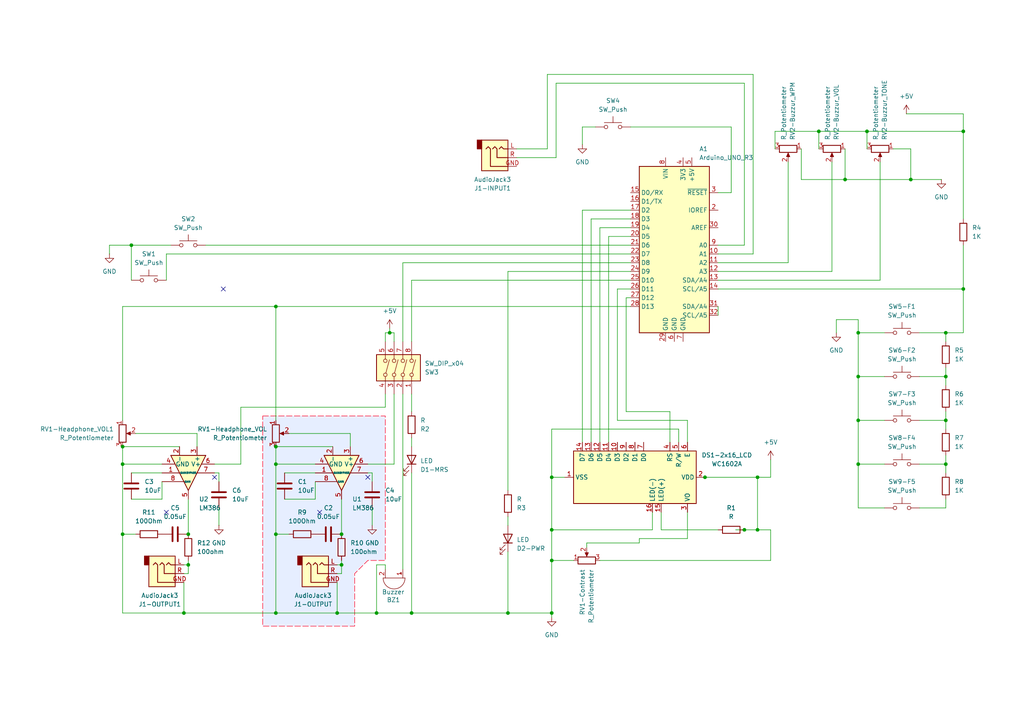
<source format=kicad_sch>
(kicad_sch (version 20250114) (generator "eeschema") (generator_version "9.0")
  (paper "A4")
  (lib_symbols
    (symbol "Amplifier_Audio:LM386" (pin_names (offset 0.127))
      (property "Reference" "U" (at 1.27 7.62 0))
      (property "Value" "LM386" (at 1.27 5.08 0))
      (symbol "LM386_0_1"
        (polyline (pts (xy 5.08 0) (xy -5.08 5.08) (xy -5.08 -5.08) (xy 5.08 0)) (stroke (width 0.254)) (fill (type background)))
      )
      (symbol "LM386_1_1"
        (pin input line (at -7.62 2.54 0) (length 2.54) (name "+") (number "3"))
        (pin input line (at -7.62 -2.54 0) (length 2.54) (name "-") (number "2"))
        (pin power_in line (at -2.54 7.62 270) (length 3.81) (name "V+") (number "6"))
        (pin power_in line (at -2.54 -7.62 90) (length 3.81) (name "GND") (number "4"))
        (pin input line (at 0 7.62 270) (length 5.08) (name "BYPASS") (number "7"))
        (pin input line (at 0 -7.62 90) (length 5.08) (name "GAIN") (number "1"))
        (pin input line (at 2.54 -7.62 90) (length 6.35) (name "GAIN") (number "8"))
        (pin output line (at 7.62 0 180) (length 2.54) (name "~") (number "5"))
      )
    )
    (symbol "Connector_Audio:AudioJack3"
      (property "Reference" "J1-INPUT" (at -1.905 8.89 0))
      (property "Value" "AudioJack3" (at -1.905 6.35 0))
      (symbol "AudioJack3_0_1"
        (rectangle (start -5.08 -5.08) (end -6.35 -2.54) (stroke (width 0.254)) (fill (type outline)))
        (polyline (pts (xy -1.905 -2.54) (xy -1.27 -3.175) (xy -0.635 -2.54) (xy -0.635 0) (xy 2.54 0)) (stroke (width 0.254)))
        (polyline (pts (xy 0 -2.54) (xy 0.635 -3.175) (xy 1.27 -2.54) (xy 2.54 -2.54)) (stroke (width 0.254)))
        (rectangle (start 2.54 3.81) (end -5.08 -5.08) (stroke (width 0.254)) (fill (type background)))
        (polyline (pts (xy 2.54 2.54) (xy -2.54 2.54) (xy -2.54 -2.54) (xy -3.175 -3.175) (xy -3.81 -2.54)) (stroke (width 0.254)))
      )
      (symbol "AudioJack3_1_1"
        (pin passive line (at 5.08 2.54 180) (length 2.54) (name "~") (number "GND"))
        (pin passive line (at 5.08 0 180) (length 2.54) (name "~") (number "R"))
        (pin passive line (at 5.08 -2.54 180) (length 2.54) (name "~") (number "L"))
      )
    )
    (symbol "Device:Buzzer" (pin_names (offset 0.0254) (hide yes))
      (property "Reference" "BZ" (at 3.81 1.27 0))
      (property "Value" "Buzzer" (at 3.81 -1.27 0))
      (symbol "Buzzer_0_1"
        (polyline (pts (xy -1.651 1.905) (xy -1.143 1.905)))
        (polyline (pts (xy -1.397 2.159) (xy -1.397 1.651)))
        (arc (start 0 3.175) (mid 3.1612 0) (end 0 -3.175))
        (polyline (pts (xy 0 3.175) (xy 0 -3.175)))
      )
      (symbol "Buzzer_1_1"
        (pin passive line (at -2.54 2.54 0) (length 2.54) (name "+") (number "1"))
        (pin passive line (at -2.54 -2.54 0) (length 2.54) (name "-") (number "2"))
      )
    )
    (symbol "Device:C" (pin_numbers (hide yes)) (pin_names (offset 0.254))
      (property "Reference" "C" (at 0.635 2.54 0))
      (property "Value" "C" (at 0.635 -2.54 0))
      (symbol "C_0_1"
        (polyline (pts (xy -2.032 0.762) (xy 2.032 0.762)) (stroke (width 0.508)))
        (polyline (pts (xy -2.032 -0.762) (xy 2.032 -0.762)) (stroke (width 0.508)))
      )
      (symbol "C_1_1"
        (pin passive line (at 0 3.81 270) (length 2.794) (name "~") (number "1"))
        (pin passive line (at 0 -3.81 90) (length 2.794) (name "~") (number "2"))
      )
    )
    (symbol "Device:LED" (pin_numbers (hide yes)) (pin_names (offset 1.016) (hide yes))
      (property "Reference" "D" (at 0 2.54 0))
      (property "Value" "LED" (at 0 -2.54 0))
      (symbol "LED_0_1"
        (polyline (pts (xy -3.048 -0.762) (xy -4.572 -2.286) (xy -3.81 -2.286) (xy -4.572 -2.286) (xy -4.572 -1.524)))
        (polyline (pts (xy -1.778 -0.762) (xy -3.302 -2.286) (xy -2.54 -2.286) (xy -3.302 -2.286) (xy -3.302 -1.524)))
        (polyline (pts (xy -1.27 0) (xy 1.27 0)))
        (polyline (pts (xy -1.27 -1.27) (xy -1.27 1.27)) (stroke (width 0.254)))
        (polyline (pts (xy 1.27 -1.27) (xy 1.27 1.27) (xy -1.27 0) (xy 1.27 -1.27)) (stroke (width 0.254)))
      )
      (symbol "LED_1_1"
        (pin passive line (at -3.81 0 0) (length 2.54) (name "K") (number "1"))
        (pin passive line (at 3.81 0 180) (length 2.54) (name "A") (number "2"))
      )
    )
    (symbol "Device:R" (pin_numbers (hide yes)) (pin_names (offset 0))
      (property "Reference" "R" (at 2.032 0 90))
      (property "Value" "R" (at 0 0 90))
      (symbol "R_0_1"
        (rectangle (start -1.016 -2.54) (end 1.016 2.54) (stroke (width 0.254)))
      )
      (symbol "R_1_1"
        (pin passive line (at 0 3.81 270) (length 1.27) (name "~") (number "1"))
        (pin passive line (at 0 -3.81 90) (length 1.27) (name "~") (number "2"))
      )
    )
    (symbol "Device:R_Potentiometer" (pin_names (offset 1.016) (hide yes))
      (property "Reference" "RV" (at -4.445 0 90))
      (property "Value" "R_Potentiometer" (at -2.54 0 90))
      (symbol "R_Potentiometer_0_1"
        (rectangle (start 1.016 2.54) (end -1.016 -2.54) (stroke (width 0.254)))
        (polyline (pts (xy 1.143 0) (xy 2.286 0.508) (xy 2.286 -0.508) (xy 1.143 0)) (fill (type outline)))
        (polyline (pts (xy 2.54 0) (xy 1.524 0)))
      )
      (symbol "R_Potentiometer_1_1"
        (pin passive line (at 0 3.81 270) (length 1.27) (name "1") (number "1"))
        (pin passive line (at 0 -3.81 90) (length 1.27) (name "3") (number "3"))
        (pin passive line (at 3.81 0 180) (length 1.27) (name "2") (number "2"))
      )
    )
    (symbol "Display_Character:WC1602A"
      (property "Reference" "DS" (at -5.842 19.05 0))
      (property "Value" "WC1602A" (at 5.334 19.05 0))
      (symbol "WC1602A_1_1"
        (rectangle (start -7.62 17.78) (end 7.62 -17.78) (stroke (width 0.254)) (fill (type background)))
        (pin input line (at -10.16 15.24 0) (length 2.54) (name "E") (number "6"))
        (pin input line (at -10.16 12.7 0) (length 2.54) (name "R/W") (number "5"))
        (pin input line (at -10.16 10.16 0) (length 2.54) (name "RS") (number "4"))
        (pin input line (at -10.16 2.54 0) (length 2.54) (name "D0") (number "7"))
        (pin input line (at -10.16 0 0) (length 2.54) (name "D1") (number "8"))
        (pin input line (at -10.16 -2.54 0) (length 2.54) (name "D2") (number "9"))
        (pin input line (at -10.16 -5.08 0) (length 2.54) (name "D3") (number "10"))
        (pin input line (at -10.16 -7.62 0) (length 2.54) (name "D4") (number "11"))
        (pin input line (at -10.16 -10.16 0) (length 2.54) (name "D5") (number "12"))
        (pin input line (at -10.16 -12.7 0) (length 2.54) (name "D6") (number "13"))
        (pin input line (at -10.16 -15.24 0) (length 2.54) (name "D7") (number "14"))
        (pin power_in line (at 0 20.32 270) (length 2.54) (name "VDD") (number "2"))
        (pin power_in line (at 0 -20.32 90) (length 2.54) (name "VSS") (number "1"))
        (pin input line (at 10.16 15.24 180) (length 2.54) (name "VO") (number "3"))
        (pin power_in line (at 10.16 7.62 180) (length 2.54) (name "LED(+)") (number "15"))
        (pin power_in line (at 10.16 5.08 180) (length 2.54) (name "LED(-)") (number "16"))
      )
    )
    (symbol "MCU_Module:Arduino_UNO_R3"
      (property "Reference" "A" (at -10.16 23.495 0))
      (property "Value" "Arduino_UNO_R3" (at 5.08 -26.67 0))
      (symbol "Arduino_UNO_R3_0_1"
        (rectangle (start -10.16 22.86) (end 10.16 -25.4) (stroke (width 0.254)) (fill (type background)))
      )
      (symbol "Arduino_UNO_R3_1_1"
        (pin bidirectional line (at -12.7 15.24 0) (length 2.54) (name "D0/RX") (number "15"))
        (pin bidirectional line (at -12.7 12.7 0) (length 2.54) (name "D1/TX") (number "16"))
        (pin bidirectional line (at -12.7 10.16 0) (length 2.54) (name "D2") (number "17"))
        (pin bidirectional line (at -12.7 7.62 0) (length 2.54) (name "D3") (number "18"))
        (pin bidirectional line (at -12.7 5.08 0) (length 2.54) (name "D4") (number "19"))
        (pin bidirectional line (at -12.7 2.54 0) (length 2.54) (name "D5") (number "20"))
        (pin bidirectional line (at -12.7 0 0) (length 2.54) (name "D6") (number "21"))
        (pin bidirectional line (at -12.7 -2.54 0) (length 2.54) (name "D7") (number "22"))
        (pin bidirectional line (at -12.7 -5.08 0) (length 2.54) (name "D8") (number "23"))
        (pin bidirectional line (at -12.7 -7.62 0) (length 2.54) (name "D9") (number "24"))
        (pin bidirectional line (at -12.7 -10.16 0) (length 2.54) (name "D10") (number "25"))
        (pin bidirectional line (at -12.7 -12.7 0) (length 2.54) (name "D11") (number "26"))
        (pin bidirectional line (at -12.7 -15.24 0) (length 2.54) (name "D12") (number "27"))
        (pin bidirectional line (at -12.7 -17.78 0) (length 2.54) (name "D13") (number "28"))
        (pin no_connect line (at -10.16 -20.32 0) (length 2.54) (hide yes) (name "NC") (number "1"))
        (pin power_in line (at -2.54 25.4 270) (length 2.54) (name "VIN") (number "8"))
        (pin power_in line (at -2.54 -27.94 90) (length 2.54) (name "GND") (number "29"))
        (pin power_in line (at 0 -27.94 90) (length 2.54) (name "GND") (number "6"))
        (pin power_out line (at 2.54 25.4 270) (length 2.54) (name "3V3") (number "4"))
        (pin power_in line (at 2.54 -27.94 90) (length 2.54) (name "GND") (number "7"))
        (pin power_out line (at 5.08 25.4 270) (length 2.54) (name "+5V") (number "5"))
        (pin input line (at 12.7 15.24 180) (length 2.54) (name "~{RESET}") (number "3"))
        (pin output line (at 12.7 10.16 180) (length 2.54) (name "IOREF") (number "2"))
        (pin input line (at 12.7 5.08 180) (length 2.54) (name "AREF") (number "30"))
        (pin bidirectional line (at 12.7 0 180) (length 2.54) (name "A0") (number "9"))
        (pin bidirectional line (at 12.7 -2.54 180) (length 2.54) (name "A1") (number "10"))
        (pin bidirectional line (at 12.7 -5.08 180) (length 2.54) (name "A2") (number "11"))
        (pin bidirectional line (at 12.7 -7.62 180) (length 2.54) (name "A3") (number "12"))
        (pin bidirectional line (at 12.7 -10.16 180) (length 2.54) (name "SDA/A4") (number "13"))
        (pin bidirectional line (at 12.7 -12.7 180) (length 2.54) (name "SCL/A5") (number "14"))
        (pin bidirectional line (at 12.7 -17.78 180) (length 2.54) (name "SDA/A4") (number "31"))
        (pin bidirectional line (at 12.7 -20.32 180) (length 2.54) (name "SCL/A5") (number "32"))
      )
    )
    (symbol "R_Potentiometer_1" (pin_names (offset 1.016) (hide yes))
      (property "Reference" "RV" (at -4.445 0 90))
      (property "Value" "R_Potentiometer" (at -2.54 0 90))
      (symbol "R_Potentiometer_1_0_1"
        (rectangle (start 1.016 2.54) (end -1.016 -2.54) (stroke (width 0.254)))
        (polyline (pts (xy 1.143 0) (xy 2.286 0.508) (xy 2.286 -0.508) (xy 1.143 0)) (fill (type outline)))
        (polyline (pts (xy 2.54 0) (xy 1.524 0)))
      )
      (symbol "R_Potentiometer_1_1_1"
        (pin passive line (at 0 3.81 270) (length 1.27) (name "1") (number "1"))
        (pin passive line (at 0 -3.81 90) (length 1.27) (name "3") (number "3"))
        (pin passive line (at 3.81 0 180) (length 1.27) (name "2") (number "2"))
      )
    )
    (symbol "Switch:SW_DIP_x04" (pin_names (offset 0) (hide yes))
      (property "Reference" "SW" (at 0 8.89 0))
      (property "Value" "SW_DIP_x04" (at 0 -6.35 0))
      (symbol "SW_DIP_x04_0_0"
        (circle (center -2.032 5.08) (radius 0.508))
        (circle (center -2.032 2.54) (radius 0.508))
        (circle (center -2.032 0) (radius 0.508))
        (circle (center -2.032 -2.54) (radius 0.508))
        (polyline (pts (xy -1.524 5.207) (xy 2.3622 6.2484)))
        (polyline (pts (xy -1.524 2.667) (xy 2.3622 3.7084)))
        (polyline (pts (xy -1.524 0.127) (xy 2.3622 1.1684)))
        (polyline (pts (xy -1.524 -2.3876) (xy 2.3622 -1.3462)))
        (circle (center 2.032 5.08) (radius 0.508))
        (circle (center 2.032 2.54) (radius 0.508))
        (circle (center 2.032 0) (radius 0.508))
        (circle (center 2.032 -2.54) (radius 0.508))
      )
      (symbol "SW_DIP_x04_0_1"
        (rectangle (start -3.81 7.62) (end 3.81 -5.08) (stroke (width 0.254)) (fill (type background)))
      )
      (symbol "SW_DIP_x04_1_1"
        (pin passive line (at -7.62 5.08 0) (length 5.08) (name "~") (number "1"))
        (pin passive line (at -7.62 2.54 0) (length 5.08) (name "~") (number "2"))
        (pin passive line (at -7.62 0 0) (length 5.08) (name "~") (number "3"))
        (pin passive line (at -7.62 -2.54 0) (length 5.08) (name "~") (number "4"))
        (pin passive line (at 7.62 5.08 180) (length 5.08) (name "~") (number "8"))
        (pin passive line (at 7.62 2.54 180) (length 5.08) (name "~") (number "7"))
        (pin passive line (at 7.62 0 180) (length 5.08) (name "~") (number "6"))
        (pin passive line (at 7.62 -2.54 180) (length 5.08) (name "~") (number "5"))
      )
    )
    (symbol "Switch:SW_Push" (pin_numbers (hide yes)) (pin_names (offset 1.016) (hide yes))
      (property "Reference" "SW" (at 1.27 2.54 0))
      (property "Value" "SW_Push" (at 0 -1.524 0))
      (symbol "SW_Push_0_1"
        (circle (center -2.032 0) (radius 0.508))
        (polyline (pts (xy 0 1.27) (xy 0 3.048)))
        (circle (center 2.032 0) (radius 0.508))
        (polyline (pts (xy 2.54 1.27) (xy -2.54 1.27)))
        (pin passive line (at -5.08 0 0) (length 2.54) (name "1") (number "1"))
        (pin passive line (at 5.08 0 180) (length 2.54) (name "2") (number "2"))
      )
    )
    (symbol "power:+5V" (power) (pin_numbers (hide yes)) (pin_names (offset 0) (hide yes))
      (property "Value" "+5V" (at 0 3.556 0))
      (symbol "+5V_0_1"
        (polyline (pts (xy -0.762 1.27) (xy 0 2.54)))
        (polyline (pts (xy 0 2.54) (xy 0.762 1.27)))
        (polyline (pts (xy 0 0) (xy 0 2.54)))
      )
      (symbol "+5V_1_1"
        (pin power_in line (at 0 0 90) (length 0) (name "~") (number "1"))
      )
    )
    (symbol "power:GND" (power) (pin_numbers (hide yes)) (pin_names (offset 0) (hide yes))
      (property "Value" "GND" (at 0 -3.81 0))
      (symbol "GND_0_1"
        (polyline (pts (xy 0 0) (xy 0 -1.27) (xy 1.27 -1.27) (xy 0 -2.54) (xy -1.27 -1.27) (xy 0 -1.27)))
      )
      (symbol "GND_1_1"
        (pin power_in line (at 0 0 270) (length 0) (name "~") (number "1"))
      )
    )
  )
  (junction (at 109.22 177.8))
  (junction (at 80.01 129.54))
  (junction (at 274.32 96.52))
  (junction (at 147.32 177.8))
  (junction (at 160.02 177.8))
  (junction (at 38.1 71.12))
  (junction (at 237.49 38.1))
  (junction (at 204.47 138.43))
  (junction (at 119.38 177.8))
  (junction (at 160.02 153.67))
  (junction (at 215.9 153.67))
  (junction (at 54.61 163.83))
  (junction (at 274.32 109.22))
  (junction (at 54.61 154.94))
  (junction (at 160.02 162.56))
  (junction (at 35.56 129.54))
  (junction (at 80.01 177.8))
  (junction (at 80.01 88.9))
  (junction (at 251.46 38.1))
  (junction (at 279.4 83.82))
  (junction (at 99.06 163.83))
  (junction (at 80.01 154.94))
  (junction (at 248.92 96.52))
  (junction (at 248.92 134.62))
  (junction (at 113.03 96.52))
  (junction (at 219.71 138.43))
  (junction (at 35.56 154.94))
  (junction (at 279.4 38.1))
  (junction (at 248.92 121.92))
  (junction (at 80.01 134.62))
  (junction (at 274.32 134.62))
  (junction (at 264.16 52.07))
  (junction (at 99.06 154.94))
  (junction (at 219.71 153.67))
  (junction (at 248.92 109.22))
  (junction (at 53.34 177.8))
  (junction (at 97.79 177.8))
  (junction (at 245.11 52.07))
  (junction (at 160.02 138.43))
  (junction (at 35.56 134.62))
  (junction (at 274.32 121.92))
  (no_connect (at 92.71 148.59))
  (no_connect (at 48.26 148.59))
  (no_connect (at 62.23 138.43))
  (no_connect (at 106.68 138.43))
  (no_connect (at 64.77 83.82))
  (wire (pts (xy 242.57 92.71) (xy 242.57 96.52)))
  (wire (pts (xy 97.79 166.37) (xy 99.06 166.37)))
  (wire (pts (xy 196.85 124.46) (xy 160.02 124.46)))
  (wire (pts (xy 191.77 153.67) (xy 208.28 153.67)))
  (wire (pts (xy 119.38 177.8) (xy 147.32 177.8)))
  (wire (pts (xy 160.02 177.8) (xy 160.02 179.07)))
  (wire (pts (xy 111.76 96.52) (xy 111.76 99.06)))
  (wire (pts (xy 53.34 163.83) (xy 54.61 163.83)))
  (wire (pts (xy 223.52 133.35) (xy 223.52 138.43)))
  (wire (pts (xy 182.88 60.96) (xy 168.91 60.96)))
  (wire (pts (xy 147.32 78.74) (xy 182.88 78.74)))
  (wire (pts (xy 113.03 95.25) (xy 113.03 96.52)))
  (wire (pts (xy 35.56 88.9) (xy 80.01 88.9)))
  (wire (pts (xy 215.9 24.13) (xy 215.9 71.12)))
  (wire (pts (xy 35.56 134.62) (xy 46.99 134.62)))
  (wire (pts (xy 35.56 154.94) (xy 35.56 177.8)))
  (wire (pts (xy 215.9 71.12) (xy 208.28 71.12)))
  (wire (pts (xy 179.07 121.92) (xy 179.07 83.82)))
  (wire (pts (xy 149.86 43.18) (xy 158.75 43.18)))
  (wire (pts (xy 223.52 153.67) (xy 223.52 162.56)))
  (wire (pts (xy 99.06 144.78) (xy 99.06 154.94)))
  (wire (pts (xy 160.02 138.43) (xy 160.02 153.67)))
  (wire (pts (xy 80.01 134.62) (xy 91.44 134.62)))
  (wire (pts (xy 171.45 63.5) (xy 182.88 63.5)))
  (wire (pts (xy 248.92 92.71) (xy 242.57 92.71)))
  (wire (pts (xy 274.32 134.62) (xy 274.32 132.08)))
  (wire (pts (xy 54.61 163.83) (xy 54.61 166.37)))
  (wire (pts (xy 80.01 129.54) (xy 80.01 134.62)))
  (wire (pts (xy 116.84 76.2) (xy 116.84 99.06)))
  (wire (pts (xy 212.09 36.83) (xy 182.88 36.83)))
  (wire (pts (xy 248.92 134.62) (xy 248.92 147.32)))
  (wire (pts (xy 160.02 138.43) (xy 163.83 138.43)))
  (wire (pts (xy 223.52 138.43) (xy 219.71 138.43)))
  (wire (pts (xy 59.69 71.12) (xy 182.88 71.12)))
  (wire (pts (xy 54.61 162.56) (xy 54.61 163.83)))
  (wire (pts (xy 208.28 83.82) (xy 279.4 83.82)))
  (wire (pts (xy 251.46 43.18) (xy 251.46 38.1)))
  (wire (pts (xy 107.95 137.16) (xy 107.95 139.7)))
  (wire (pts (xy 266.7 109.22) (xy 274.32 109.22)))
  (wire (pts (xy 172.72 36.83) (xy 168.91 36.83)))
  (wire (pts (xy 274.32 121.92) (xy 274.32 119.38)))
  (wire (pts (xy 224.79 43.18) (xy 224.79 38.1)))
  (wire (pts (xy 166.37 162.56) (xy 160.02 162.56)))
  (wire (pts (xy 248.92 96.52) (xy 248.92 109.22)))
  (wire (pts (xy 274.32 147.32) (xy 266.7 147.32)))
  (wire (pts (xy 158.75 21.59) (xy 158.75 43.18)))
  (wire (pts (xy 53.34 177.8) (xy 35.56 177.8)))
  (wire (pts (xy 241.3 46.99) (xy 241.3 78.74)))
  (wire (pts (xy 199.39 121.92) (xy 179.07 121.92)))
  (wire (pts (xy 53.34 177.8) (xy 80.01 177.8)))
  (wire (pts (xy 259.08 43.18) (xy 264.16 43.18)))
  (wire (pts (xy 80.01 154.94) (xy 83.82 154.94)))
  (wire (pts (xy 173.99 66.04) (xy 182.88 66.04)))
  (wire (pts (xy 248.92 109.22) (xy 256.54 109.22)))
  (wire (pts (xy 171.45 63.5) (xy 171.45 128.27)))
  (wire (pts (xy 53.34 168.91) (xy 53.34 177.8)))
  (wire (pts (xy 82.55 137.16) (xy 91.44 137.16)))
  (wire (pts (xy 97.79 177.8) (xy 80.01 177.8)))
  (wire (pts (xy 99.06 163.83) (xy 99.06 166.37)))
  (wire (pts (xy 116.84 76.2) (xy 182.88 76.2)))
  (wire (pts (xy 191.77 148.59) (xy 191.77 153.67)))
  (wire (pts (xy 114.3 96.52) (xy 114.3 99.06)))
  (wire (pts (xy 248.92 109.22) (xy 248.92 121.92)))
  (wire (pts (xy 168.91 36.83) (xy 168.91 41.91)))
  (wire (pts (xy 248.92 121.92) (xy 248.92 134.62)))
  (wire (pts (xy 53.34 166.37) (xy 54.61 166.37)))
  (wire (pts (xy 160.02 153.67) (xy 160.02 162.56)))
  (wire (pts (xy 69.85 118.11) (xy 111.76 118.11)))
  (wire (pts (xy 107.95 137.16) (xy 106.68 137.16)))
  (wire (pts (xy 266.7 121.92) (xy 274.32 121.92)))
  (wire (pts (xy 237.49 38.1) (xy 251.46 38.1)))
  (wire (pts (xy 80.01 134.62) (xy 80.01 154.94)))
  (wire (pts (xy 147.32 160.02) (xy 147.32 177.8)))
  (wire (pts (xy 170.18 157.48) (xy 170.18 158.75)))
  (wire (pts (xy 248.92 96.52) (xy 248.92 92.71)))
  (wire (pts (xy 213.36 153.67) (xy 215.9 153.67)))
  (wire (pts (xy 215.9 153.67) (xy 219.71 153.67)))
  (wire (pts (xy 248.92 134.62) (xy 256.54 134.62)))
  (wire (pts (xy 199.39 156.21) (xy 185.42 156.21)))
  (wire (pts (xy 160.02 153.67) (xy 189.23 153.67)))
  (wire (pts (xy 35.56 129.54) (xy 35.56 134.62)))
  (wire (pts (xy 279.4 33.02) (xy 262.89 33.02)))
  (wire (pts (xy 161.29 45.72) (xy 161.29 24.13)))
  (wire (pts (xy 35.56 134.62) (xy 35.56 154.94)))
  (wire (pts (xy 101.6 125.73) (xy 101.6 129.54)))
  (wire (pts (xy 199.39 128.27) (xy 199.39 121.92)))
  (wire (pts (xy 46.99 144.78) (xy 38.1 144.78)))
  (wire (pts (xy 46.99 139.7) (xy 46.99 144.78)))
  (wire (pts (xy 173.99 66.04) (xy 173.99 128.27)))
  (wire (pts (xy 218.44 21.59) (xy 158.75 21.59)))
  (wire (pts (xy 119.38 114.3) (xy 119.38 119.38)))
  (wire (pts (xy 106.68 134.62) (xy 114.3 134.62)))
  (wire (pts (xy 48.26 73.66) (xy 48.26 81.28)))
  (wire (pts (xy 228.6 76.2) (xy 208.28 76.2)))
  (wire (pts (xy 116.84 114.3) (xy 116.84 165.1)))
  (wire (pts (xy 38.1 71.12) (xy 49.53 71.12)))
  (wire (pts (xy 232.41 43.18) (xy 232.41 52.07)))
  (wire (pts (xy 237.49 43.18) (xy 237.49 38.1)))
  (wire (pts (xy 119.38 81.28) (xy 182.88 81.28)))
  (wire (pts (xy 208.28 81.28) (xy 255.27 81.28)))
  (wire (pts (xy 194.31 128.27) (xy 194.31 119.38)))
  (wire (pts (xy 107.95 147.32) (xy 107.95 152.4)))
  (wire (pts (xy 173.99 162.56) (xy 223.52 162.56)))
  (wire (pts (xy 31.75 73.66) (xy 31.75 71.12)))
  (wire (pts (xy 245.11 43.18) (xy 245.11 52.07)))
  (wire (pts (xy 113.03 96.52) (xy 111.76 96.52)))
  (wire (pts (xy 91.44 144.78) (xy 82.55 144.78)))
  (wire (pts (xy 54.61 144.78) (xy 54.61 154.94)))
  (wire (pts (xy 245.11 52.07) (xy 264.16 52.07)))
  (wire (pts (xy 35.56 88.9) (xy 35.56 121.92)))
  (wire (pts (xy 189.23 148.59) (xy 189.23 153.67)))
  (wire (pts (xy 279.4 38.1) (xy 279.4 63.5)))
  (wire (pts (xy 161.29 24.13) (xy 215.9 24.13)))
  (wire (pts (xy 228.6 46.99) (xy 228.6 76.2)))
  (wire (pts (xy 147.32 78.74) (xy 147.32 142.24)))
  (wire (pts (xy 181.61 86.36) (xy 182.88 86.36)))
  (wire (pts (xy 185.42 156.21) (xy 185.42 157.48)))
  (wire (pts (xy 179.07 83.82) (xy 182.88 83.82)))
  (wire (pts (xy 223.52 153.67) (xy 219.71 153.67)))
  (wire (pts (xy 97.79 168.91) (xy 97.79 177.8)))
  (wire (pts (xy 181.61 119.38) (xy 181.61 86.36)))
  (wire (pts (xy 119.38 129.54) (xy 119.38 127)))
  (wire (pts (xy 274.32 134.62) (xy 274.32 137.16)))
  (wire (pts (xy 63.5 137.16) (xy 62.23 137.16)))
  (wire (pts (xy 274.32 96.52) (xy 274.32 99.06)))
  (wire (pts (xy 199.39 148.59) (xy 199.39 156.21)))
  (wire (pts (xy 109.22 163.83) (xy 111.76 163.83)))
  (wire (pts (xy 274.32 109.22) (xy 274.32 106.68)))
  (wire (pts (xy 160.02 162.56) (xy 160.02 177.8)))
  (wire (pts (xy 185.42 157.48) (xy 170.18 157.48)))
  (wire (pts (xy 182.88 68.58) (xy 176.53 68.58)))
  (wire (pts (xy 57.15 125.73) (xy 57.15 129.54)))
  (wire (pts (xy 35.56 154.94) (xy 39.37 154.94)))
  (wire (pts (xy 279.4 71.12) (xy 279.4 83.82)))
  (wire (pts (xy 266.7 134.62) (xy 274.32 134.62)))
  (wire (pts (xy 248.92 121.92) (xy 256.54 121.92)))
  (wire (pts (xy 119.38 137.16) (xy 119.38 177.8)))
  (wire (pts (xy 248.92 147.32) (xy 256.54 147.32)))
  (wire (pts (xy 232.41 52.07) (xy 245.11 52.07)))
  (wire (pts (xy 204.47 138.43) (xy 219.71 138.43)))
  (wire (pts (xy 147.32 177.8) (xy 160.02 177.8)))
  (wire (pts (xy 63.5 147.32) (xy 63.5 152.4)))
  (wire (pts (xy 97.79 163.83) (xy 99.06 163.83)))
  (wire (pts (xy 274.32 144.78) (xy 274.32 147.32)))
  (wire (pts (xy 80.01 88.9) (xy 182.88 88.9)))
  (wire (pts (xy 196.85 128.27) (xy 196.85 124.46)))
  (wire (pts (xy 63.5 137.16) (xy 63.5 139.7)))
  (wire (pts (xy 279.4 96.52) (xy 274.32 96.52)))
  (wire (pts (xy 80.01 154.94) (xy 80.01 177.8)))
  (wire (pts (xy 31.75 71.12) (xy 38.1 71.12)))
  (wire (pts (xy 279.4 33.02) (xy 279.4 38.1)))
  (wire (pts (xy 109.22 177.8) (xy 119.38 177.8)))
  (wire (pts (xy 194.31 119.38) (xy 181.61 119.38)))
  (wire (pts (xy 62.23 134.62) (xy 69.85 134.62)))
  (wire (pts (xy 274.32 121.92) (xy 274.32 124.46)))
  (wire (pts (xy 212.09 55.88) (xy 212.09 36.83)))
  (wire (pts (xy 256.54 96.52) (xy 248.92 96.52)))
  (wire (pts (xy 237.49 38.1) (xy 224.79 38.1)))
  (wire (pts (xy 91.44 139.7) (xy 91.44 144.78)))
  (wire (pts (xy 83.82 125.73) (xy 101.6 125.73)))
  (wire (pts (xy 274.32 109.22) (xy 274.32 111.76)))
  (wire (pts (xy 266.7 96.52) (xy 274.32 96.52)))
  (wire (pts (xy 38.1 137.16) (xy 46.99 137.16)))
  (wire (pts (xy 97.79 177.8) (xy 109.22 177.8)))
  (wire (pts (xy 208.28 55.88) (xy 212.09 55.88)))
  (wire (pts (xy 111.76 118.11) (xy 111.76 114.3)))
  (wire (pts (xy 111.76 163.83) (xy 111.76 165.1)))
  (wire (pts (xy 149.86 45.72) (xy 161.29 45.72)))
  (wire (pts (xy 279.4 83.82) (xy 279.4 96.52)))
  (wire (pts (xy 255.27 46.99) (xy 255.27 81.28)))
  (wire (pts (xy 69.85 134.62) (xy 69.85 118.11)))
  (wire (pts (xy 80.01 129.54) (xy 96.52 129.54)))
  (wire (pts (xy 201.93 138.43) (xy 204.47 138.43)))
  (wire (pts (xy 208.28 78.74) (xy 241.3 78.74)))
  (wire (pts (xy 114.3 114.3) (xy 114.3 134.62)))
  (wire (pts (xy 219.71 138.43) (xy 219.71 153.67)))
  (wire (pts (xy 251.46 38.1) (xy 279.4 38.1)))
  (wire (pts (xy 160.02 124.46) (xy 160.02 138.43)))
  (wire (pts (xy 99.06 162.56) (xy 99.06 163.83)))
  (wire (pts (xy 218.44 21.59) (xy 218.44 73.66)))
  (wire (pts (xy 39.37 125.73) (xy 57.15 125.73)))
  (wire (pts (xy 113.03 96.52) (xy 114.3 96.52)))
  (wire (pts (xy 35.56 129.54) (xy 52.07 129.54)))
  (wire (pts (xy 109.22 163.83) (xy 109.22 177.8)))
  (wire (pts (xy 38.1 81.28) (xy 38.1 71.12)))
  (wire (pts (xy 264.16 43.18) (xy 264.16 52.07)))
  (wire (pts (xy 168.91 60.96) (xy 168.91 128.27)))
  (wire (pts (xy 182.88 73.66) (xy 48.26 73.66)))
  (wire (pts (xy 147.32 149.86) (xy 147.32 152.4)))
  (wire (pts (xy 264.16 52.07) (xy 273.05 52.07)))
  (wire (pts (xy 208.28 73.66) (xy 218.44 73.66)))
  (wire (pts (xy 208.28 91.44) (xy 208.28 88.9)))
  (wire (pts (xy 119.38 81.28) (xy 119.38 99.06)))
  (wire (pts (xy 80.01 88.9) (xy 80.01 121.92)))
  (wire (pts (xy 176.53 68.58) (xy 176.53 128.27)))
  (rule_area (polyline (pts (xy 76.2 120.65) (xy 111.76 120.65) (xy 111.76 162.56) (xy 110.49 162.56) (xy 106.68 162.56) (xy 102.87 166.37) (xy 102.87 181.61) (xy 76.2 181.61)) (stroke (width 0) (type dash) (color 255 0 34 1)) (fill (type color) (color 0 83 255 0.1))))
  (symbol (lib_id "Device:LED") (at 147.32 156.21 270) (mirror x) (unit 1)
    (property "Reference" "D2-PWR" (at 149.86 159.0676 90) (effects (justify left)))
    (property "Value" "LED" (at 149.86 156.5276 90) (effects (justify left)))
    (property "Description" "Light emitting diode" (effects (hide yes)))
    (property "Sim.Pins" "1=K 2=A" (effects (hide yes)))
  )
  (symbol (lib_id "Device:R") (at 147.32 146.05 0) (mirror x) (unit 1)
    (property "Reference" "R3" (at 149.86 147.3201 0) (effects (justify left)))
    (property "Value" "R" (at 149.86 144.7801 0) (effects (justify left)))
    (property "Description" "Resistor" (effects (hide yes)))
  )
  (symbol (lib_id "Device:R_Potentiometer") (at 80.01 125.73 0) (unit 1)
    (property "Reference" "RV1-Headphone_VOL" (at 77.47 124.4599 0) (effects (justify right)))
    (property "Value" "R_Potentiometer" (at 77.47 126.9999 0) (effects (justify right)))
    (property "Description" "Potentiometer" (effects (hide yes)))
  )
  (symbol (lib_id "Device:C") (at 95.25 154.94 270) (unit 1)
    (property "Reference" "C2" (at 95.25 147.32 90))
    (property "Value" "0.05uF" (at 95.25 149.86 90))
    (property "Description" "Unpolarized capacitor" (effects (hide yes)))
  )
  (symbol (lib_id "Device:R_Potentiometer") (at 241.3 43.18 270) (unit 1)
    (property "Reference" "RV2-Buzzur_VOL" (at 242.5701 40.64 0) (effects (justify right)))
    (property "Value" "R_Potentiometer" (at 240.0301 40.64 0) (effects (justify right)))
    (property "Description" "Potentiometer" (effects (hide yes)))
  )
  (symbol (lib_id "MCU_Module:Arduino_UNO_R3") (at 195.58 71.12 0) (unit 1)
    (property "Reference" "A1" (at 202.8033 43.18 0) (effects (justify left)))
    (property "Value" "Arduino_UNO_R3" (at 202.8033 45.72 0) (effects (justify left)))
    (property "Footprint" "Module:Arduino_UNO_R3" (effects (hide yes)))
    (property "Datasheet" "https://www.arduino.cc/en/Main/arduinoBoardUno" (effects (hide yes)))
    (property "Description" "Arduino UNO Microcontroller Module, release 3" (effects (hide yes)))
  )
  (symbol (lib_id "Connector_Audio:AudioJack3") (at 92.71 166.37 0) (mirror x) (unit 1)
    (property "Reference" "J1-OUTPUT" (at 90.805 175.26 0))
    (property "Value" "AudioJack3" (at 90.805 172.72 0))
    (property "Description" "Audio Jack, 3 Poles (Stereo / TRS)" (effects (hide yes)))
  )
  (symbol (lib_id "Device:R") (at 274.32 102.87 0) (unit 1)
    (property "Reference" "R5" (at 276.86 101.5999 0) (effects (justify left)))
    (property "Value" "1K" (at 276.86 104.1399 0) (effects (justify left)))
    (property "Description" "Resistor" (effects (hide yes)))
  )
  (symbol (lib_id "Device:R") (at 54.61 158.75 180) (unit 1)
    (property "Reference" "R12" (at 57.15 157.4799 0) (effects (justify right)))
    (property "Value" "100ohm" (at 57.15 160.0199 0) (effects (justify right)))
    (property "Description" "Resistor" (effects (hide yes)))
  )
  (symbol (lib_id "Device:R_Potentiometer") (at 255.27 43.18 270) (unit 1)
    (property "Reference" "RV2-Buzzur_TONE" (at 256.5401 40.64 0) (effects (justify right)))
    (property "Value" "R_Potentiometer" (at 254.0001 40.64 0) (effects (justify right)))
    (property "Description" "Potentiometer" (effects (hide yes)))
  )
  (symbol (lib_id "Switch:SW_Push") (at 177.8 36.83 0) (unit 1)
    (property "Reference" "SW4" (at 177.8 29.21 0))
    (property "Value" "SW_Push" (at 177.8 31.75 0))
    (property "Description" "Push button switch, generic, two pins" (effects (hide yes)))
  )
  (symbol (lib_id "Switch:SW_Push") (at 43.18 81.28 0) (unit 1)
    (property "Reference" "SW1" (at 43.18 73.66 0))
    (property "Value" "SW_Push" (at 43.18 76.2 0))
    (property "Description" "Push button switch, generic, two pins" (effects (hide yes)))
  )
  (symbol (lib_id "Device:R") (at 274.32 115.57 0) (unit 1)
    (property "Reference" "R6" (at 276.86 114.2999 0) (effects (justify left)))
    (property "Value" "1K" (at 276.86 116.8399 0) (effects (justify left)))
    (property "Description" "Resistor" (effects (hide yes)))
  )
  (symbol (lib_id "power:+5V") (at 113.03 95.25 0) (unit 1)
    (property "Reference" "#PWR010" (effects (hide yes)))
    (property "Value" "+5V" (at 113.03 90.17 0))
    (property "Description" "Power symbol creates a global label with name \"+5V\"" (effects (hide yes)))
  )
  (symbol (lib_id "Device:R_Potentiometer") (at 228.6 43.18 270) (unit 1)
    (property "Reference" "RV2-Buzzur_WPM" (at 229.8701 40.64 0) (effects (justify right)))
    (property "Value" "R_Potentiometer" (at 227.3301 40.64 0) (effects (justify right)))
    (property "Description" "Potentiometer" (effects (hide yes)))
  )
  (symbol (lib_id "Device:R") (at 99.06 158.75 180) (unit 1)
    (property "Reference" "R10" (at 101.6 157.4799 0) (effects (justify right)))
    (property "Value" "100ohm" (at 101.6 160.0199 0) (effects (justify right)))
    (property "Description" "Resistor" (effects (hide yes)))
  )
  (symbol (lib_id "Switch:SW_Push") (at 261.62 121.92 0) (unit 1)
    (property "Reference" "SW7-F3" (at 261.62 114.3 0))
    (property "Value" "SW_Push" (at 261.62 116.84 0))
    (property "Description" "Push button switch, generic, two pins" (effects (hide yes)))
  )
  (symbol (lib_id "Device:R") (at 212.09 153.67 90) (unit 1)
    (property "Reference" "R1" (at 212.09 147.32 90))
    (property "Value" "R" (at 212.09 149.86 90))
    (property "Description" "Resistor" (effects (hide yes)))
  )
  (symbol (lib_id "Switch:SW_Push") (at 261.62 147.32 0) (unit 1)
    (property "Reference" "SW9-F5" (at 261.62 139.7 0))
    (property "Value" "SW_Push" (at 261.62 142.24 0))
    (property "Description" "Push button switch, generic, two pins" (effects (hide yes)))
  )
  (symbol (lib_id "Device:R") (at 279.4 67.31 0) (unit 1)
    (property "Reference" "R4" (at 281.94 66.0399 0) (effects (justify left)))
    (property "Value" "1K" (at 281.94 68.5799 0) (effects (justify left)))
    (property "Description" "Resistor" (effects (hide yes)))
  )
  (symbol (lib_id "power:GND") (at 273.05 52.07 0) (unit 1)
    (property "Reference" "#PWR05" (effects (hide yes)))
    (property "Value" "GND" (at 273.05 57.15 0))
    (property "Description" "Power symbol creates a global label with name \"GND\" , ground" (effects (hide yes)))
  )
  (symbol (lib_id "Switch:SW_Push") (at 261.62 109.22 0) (unit 1)
    (property "Reference" "SW6-F2" (at 261.62 101.6 0))
    (property "Value" "SW_Push" (at 261.62 104.14 0))
    (property "Description" "Push button switch, generic, two pins" (effects (hide yes)))
  )
  (symbol (lib_id "Amplifier_Audio:LM386") (at 99.06 137.16 270) (unit 1)
    (property "Reference" "U1" (at 102.1781 144.78 90) (effects (justify left)))
    (property "Value" "LM386" (at 102.1781 147.32 90) (effects (justify left)))
    (property "Datasheet" "http://www.ti.com/lit/ds/symlink/lm386.pdf" (effects (hide yes)))
    (property "Description" "Low Voltage Audio Power Amplifier, DIP-8/SOIC-8/SSOP-8" (effects (hide yes)))
  )
  (symbol (lib_id "Display_Character:WC1602A") (at 184.15 138.43 270) (unit 1)
    (property "Reference" "DS1-2x16_LCD" (at 210.82 132.0098 90))
    (property "Value" "WC1602A" (at 210.82 134.5498 90))
    (property "Footprint" "Display:WC1602A" (effects (hide yes)))
    (property "Datasheet" "http://www.wincomlcd.com/pdf/WC1602A-SFYLYHTC06.pdf" (effects (hide yes)))
    (property "Description" "LCD 16x2 Alphanumeric , 8 bit parallel bus, 5V VDD" (effects (hide yes)))
  )
  (symbol (lib_id "Device:LED") (at 119.38 133.35 270) (mirror x) (unit 1)
    (property "Reference" "D1-MRS" (at 121.92 136.2076 90) (effects (justify left)))
    (property "Value" "LED" (at 121.92 133.6676 90) (effects (justify left)))
    (property "Description" "Light emitting diode" (effects (hide yes)))
    (property "Sim.Pins" "1=K 2=A" (effects (hide yes)))
  )
  (symbol (lib_id "Device:R") (at 43.18 154.94 270) (unit 1)
    (property "Reference" "R11" (at 43.18 148.59 90))
    (property "Value" "100Ohm" (at 43.18 151.13 90))
    (property "Description" "Resistor" (effects (hide yes)))
  )
  (symbol (lib_id "Device:C") (at 82.55 140.97 0) (unit 1)
    (property "Reference" "C1" (at 86.36 139.6999 0) (effects (justify left)))
    (property "Value" "10uF" (at 86.36 142.2399 0) (effects (justify left)))
    (property "Description" "Unpolarized capacitor" (effects (hide yes)))
  )
  (symbol (lib_id "power:GND") (at 160.02 179.07 0) (unit 1)
    (property "Reference" "#PWR02" (effects (hide yes)))
    (property "Value" "GND" (at 160.02 184.15 0))
    (property "Description" "Power symbol creates a global label with name \"GND\" , ground" (effects (hide yes)))
  )
  (symbol (lib_id "Connector_Audio:AudioJack3") (at 144.78 45.72 0) (mirror x) (unit 1)
    (property "Reference" "J1-INPUT1" (at 142.875 54.61 0))
    (property "Value" "AudioJack3" (at 142.875 52.07 0))
    (property "Description" "Audio Jack, 3 Poles (Stereo / TRS)" (effects (hide yes)))
  )
  (symbol (lib_id "Switch:SW_Push") (at 54.61 71.12 0) (unit 1)
    (property "Reference" "SW2" (at 54.61 63.5 0))
    (property "Value" "SW_Push" (at 54.61 66.04 0))
    (property "Description" "Push button switch, generic, two pins" (effects (hide yes)))
  )
  (symbol (lib_id "Device:R") (at 274.32 140.97 0) (unit 1)
    (property "Reference" "R8" (at 276.86 139.6999 0) (effects (justify left)))
    (property "Value" "1K" (at 276.86 142.2399 0) (effects (justify left)))
    (property "Description" "Resistor" (effects (hide yes)))
  )
  (symbol (lib_id "Device:R") (at 274.32 128.27 0) (unit 1)
    (property "Reference" "R7" (at 276.86 126.9999 0) (effects (justify left)))
    (property "Value" "1K" (at 276.86 129.5399 0) (effects (justify left)))
    (property "Description" "Resistor" (effects (hide yes)))
  )
  (symbol (lib_id "power:GND") (at 31.75 73.66 0) (unit 1)
    (property "Reference" "#PWR011" (effects (hide yes)))
    (property "Value" "GND" (at 31.75 78.74 0))
    (property "Description" "Power symbol creates a global label with name \"GND\" , ground" (effects (hide yes)))
  )
  (symbol (lib_id "Connector_Audio:AudioJack3") (at 48.26 166.37 0) (mirror x) (unit 1)
    (property "Reference" "J1-OUTPUT1" (at 46.355 175.26 0))
    (property "Value" "AudioJack3" (at 46.355 172.72 0))
    (property "Description" "Audio Jack, 3 Poles (Stereo / TRS)" (effects (hide yes)))
  )
  (symbol (lib_id "Device:Buzzer") (at 114.3 167.64 270) (unit 1)
    (property "Reference" "BZ1" (at 116.078 173.99 90) (effects (justify right)))
    (property "Value" "Buzzer" (at 117.348 171.704 90) (effects (justify right)))
    (property "Description" "Buzzer, polarized" (effects (hide yes)))
  )
  (symbol (lib_id "power:GND") (at 107.95 152.4 0) (unit 1)
    (property "Reference" "#PWR09" (effects (hide yes)))
    (property "Value" "GND" (at 107.95 157.48 0))
    (property "Description" "Power symbol creates a global label with name \"GND\" , ground" (effects (hide yes)))
  )
  (symbol (lib_id "power:GND") (at 63.5 152.4 0) (unit 1)
    (property "Reference" "#PWR06" (effects (hide yes)))
    (property "Value" "GND" (at 63.5 157.48 0))
    (property "Description" "Power symbol creates a global label with name \"GND\" , ground" (effects (hide yes)))
  )
  (symbol (lib_id "Device:C") (at 63.5 143.51 0) (unit 1)
    (property "Reference" "C6" (at 67.31 142.2399 0) (effects (justify left)))
    (property "Value" "10uF" (at 67.31 144.7799 0) (effects (justify left)))
    (property "Description" "Unpolarized capacitor" (effects (hide yes)))
  )
  (symbol (lib_id "power:GND") (at 168.91 41.91 0) (unit 1)
    (property "Reference" "#PWR08" (effects (hide yes)))
    (property "Value" "GND" (at 168.91 46.99 0))
    (property "Description" "Power symbol creates a global label with name \"GND\" , ground" (effects (hide yes)))
  )
  (symbol (lib_id "Device:R") (at 87.63 154.94 270) (unit 1)
    (property "Reference" "R9" (at 87.63 148.59 90))
    (property "Value" "100Ohm" (at 87.63 151.13 90))
    (property "Description" "Resistor" (effects (hide yes)))
  )
  (symbol (lib_id "power:+5V") (at 223.52 133.35 0) (unit 1)
    (property "Reference" "#PWR03" (effects (hide yes)))
    (property "Value" "+5V" (at 223.52 128.27 0))
    (property "Description" "Power symbol creates a global label with name \"+5V\"" (effects (hide yes)))
  )
  (symbol (lib_id "Device:C") (at 38.1 140.97 0) (unit 1)
    (property "Reference" "C3" (at 41.91 139.6999 0) (effects (justify left)))
    (property "Value" "10uF" (at 41.91 142.2399 0) (effects (justify left)))
    (property "Description" "Unpolarized capacitor" (effects (hide yes)))
  )
  (symbol (lib_id "Amplifier_Audio:LM386") (at 54.61 137.16 270) (unit 1)
    (property "Reference" "U2" (at 57.7281 144.78 90) (effects (justify left)))
    (property "Value" "LM386" (at 57.7281 147.32 90) (effects (justify left)))
    (property "Datasheet" "http://www.ti.com/lit/ds/symlink/lm386.pdf" (effects (hide yes)))
    (property "Description" "Low Voltage Audio Power Amplifier, DIP-8/SOIC-8/SSOP-8" (effects (hide yes)))
  )
  (symbol (lib_id "power:+5V") (at 262.89 33.02 0) (unit 1)
    (property "Reference" "#PWR01" (effects (hide yes)))
    (property "Value" "+5V" (at 262.89 27.94 0))
    (property "Description" "Power symbol creates a global label with name \"+5V\"" (effects (hide yes)))
  )
  (symbol (lib_id "Device:C") (at 50.8 154.94 270) (unit 1)
    (property "Reference" "C5" (at 50.8 147.32 90))
    (property "Value" "0.05uF" (at 50.8 149.86 90))
    (property "Description" "Unpolarized capacitor" (effects (hide yes)))
  )
  (symbol (lib_id "Device:R_Potentiometer") (at 35.56 125.73 0) (unit 1)
    (property "Reference" "RV1-Headphone_VOL1" (at 33.02 124.4599 0) (effects (justify right)))
    (property "Value" "R_Potentiometer" (at 33.02 126.9999 0) (effects (justify right)))
    (property "Description" "Potentiometer" (effects (hide yes)))
  )
  (symbol (lib_id "Device:C") (at 107.95 143.51 0) (unit 1)
    (property "Reference" "C4" (at 111.76 142.2399 0) (effects (justify left)))
    (property "Value" "10uF" (at 111.76 144.7799 0) (effects (justify left)))
    (property "Description" "Unpolarized capacitor" (effects (hide yes)))
  )
  (symbol (lib_id "Switch:SW_Push") (at 261.62 96.52 0) (unit 1)
    (property "Reference" "SW5-F1" (at 261.62 88.9 0))
    (property "Value" "SW_Push" (at 261.62 91.44 0))
    (property "Description" "Push button switch, generic, two pins" (effects (hide yes)))
  )
  (symbol (lib_id "Switch:SW_Push") (at 261.62 134.62 0) (unit 1)
    (property "Reference" "SW8-F4" (at 261.62 127 0))
    (property "Value" "SW_Push" (at 261.62 129.54 0))
    (property "Description" "Push button switch, generic, two pins" (effects (hide yes)))
  )
  (symbol (lib_id "Device:R") (at 119.38 123.19 0) (mirror x) (unit 1)
    (property "Reference" "R2" (at 121.92 124.4601 0) (effects (justify left)))
    (property "Value" "R" (at 121.92 121.9201 0) (effects (justify left)))
    (property "Description" "Resistor" (effects (hide yes)))
  )
  (symbol (lib_id "power:GND") (at 242.57 96.52 0) (unit 1)
    (property "Reference" "#PWR07" (effects (hide yes)))
    (property "Value" "GND" (at 242.57 101.6 0))
    (property "Description" "Power symbol creates a global label with name \"GND\" , ground" (effects (hide yes)))
  )
  (symbol (lib_id "Switch:SW_DIP_x04") (at 114.3 106.68 270) (mirror x) (unit 1)
    (property "Reference" "SW3" (at 123.19 107.9501 90) (effects (justify left)))
    (property "Value" "SW_DIP_x04" (at 123.19 105.4101 90) (effects (justify left)))
    (property "Description" "4x DIP Switch, Single Pole Single Throw (SPST) switch, small symbol" (effects (hide yes)))
  )
  (symbol (lib_name "R_Potentiometer_1") (lib_id "Device:R_Potentiometer") (at 170.18 162.56 90) (unit 1)
    (property "Reference" "RV1-Contrast" (at 168.9099 165.1 0) (effects (justify right)))
    (property "Value" "R_Potentiometer" (at 171.4499 165.1 0) (effects (justify right)))
    (property "Description" "Potentiometer" (effects (hide yes)))
  )
)
</source>
